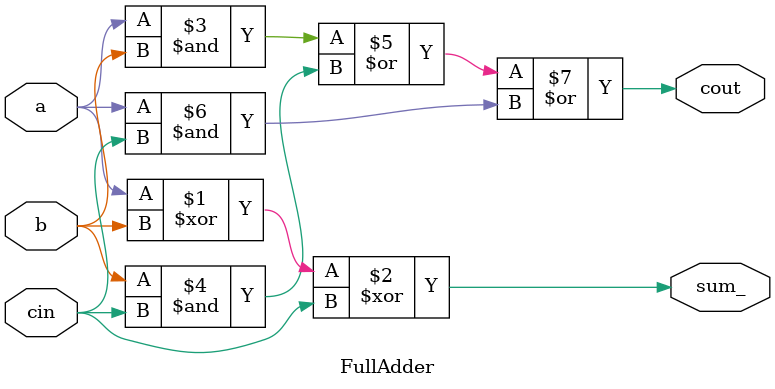
<source format=v>
module FullAdder(
  input  a, b, cin,
  output sum_, cout);

  assign sum_ = a ^ b ^ cin;	// <stdin>:3:10, :8:5
  assign cout = a & b | b & cin | a & cin;	// <stdin>:4:10, :5:10, :6:10, :7:10, :8:5
endmodule


</source>
